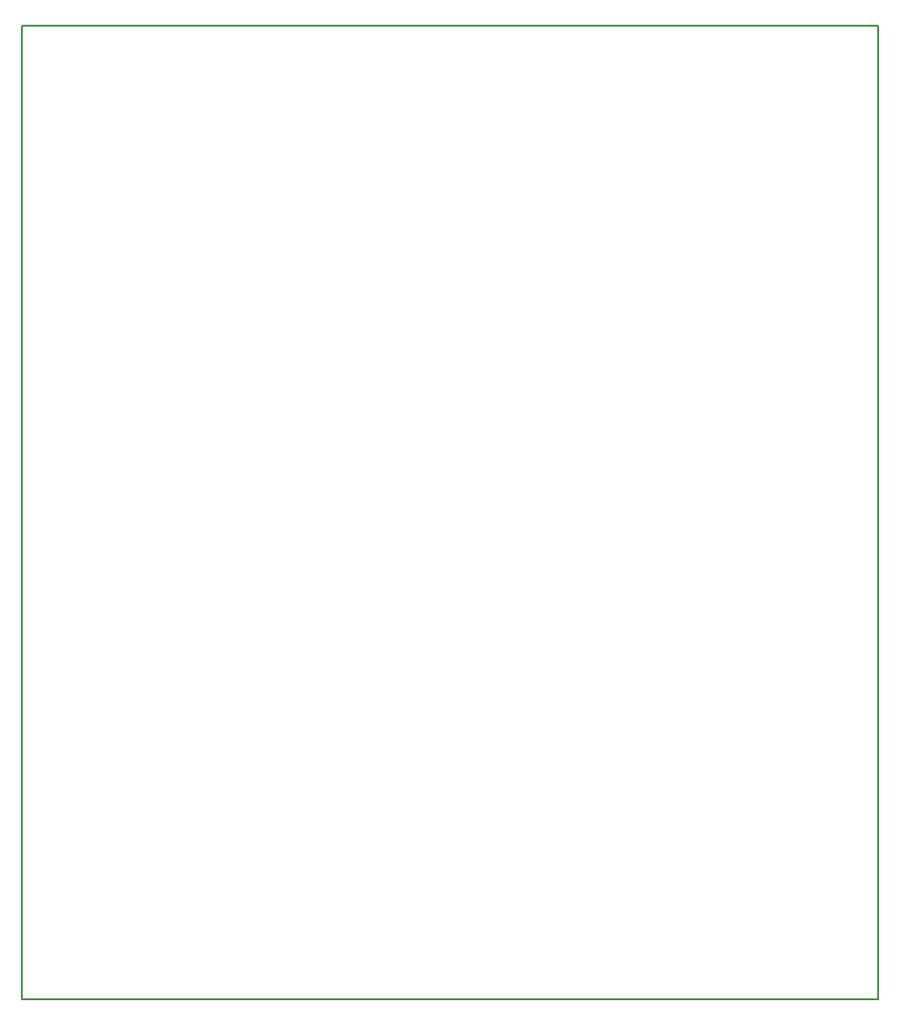
<source format=gko>
%FSLAX25Y25*%
%MOIN*%
G70*
G01*
G75*
G04 Layer_Color=16711935*
%ADD10R,0.04134X0.05118*%
%ADD11R,0.05118X0.04134*%
%ADD12R,0.10000X0.10000*%
%ADD13R,0.09055X0.01969*%
%ADD14R,0.09843X0.07874*%
%ADD15O,0.02362X0.07677*%
%ADD16O,0.07677X0.02362*%
%ADD17R,0.01400X0.06000*%
%ADD18C,0.03937*%
%ADD19C,0.01500*%
%ADD20C,0.03000*%
%ADD21C,0.01000*%
%ADD22R,0.05906X0.05906*%
%ADD23C,0.05906*%
%ADD24R,0.05906X0.05906*%
%ADD25C,0.05906*%
%ADD26C,0.04331*%
%ADD27R,0.05906X0.05906*%
%ADD28C,0.04500*%
%ADD29C,0.15000*%
%ADD30C,0.02400*%
%ADD31C,0.00787*%
%ADD32C,0.02000*%
%ADD33C,0.02362*%
%ADD34C,0.00984*%
%ADD35C,0.00200*%
%ADD36C,0.00800*%
%ADD37C,0.01200*%
%ADD38C,0.00591*%
%ADD39R,0.03607X0.07933*%
%ADD40R,0.04934X0.05918*%
%ADD41R,0.05918X0.04934*%
%ADD42R,0.10800X0.10800*%
%ADD43R,0.09855X0.02769*%
%ADD44R,0.10642X0.08674*%
%ADD45O,0.03162X0.08477*%
%ADD46O,0.08477X0.03162*%
%ADD47R,0.02200X0.06800*%
%ADD48C,0.04737*%
%ADD49R,0.06706X0.06706*%
%ADD50C,0.06706*%
%ADD51R,0.06706X0.06706*%
%ADD52C,0.06706*%
%ADD53C,0.05131*%
%ADD54R,0.06706X0.06706*%
%ADD55C,0.05300*%
%ADD56C,0.15800*%
%ADD57C,0.03200*%
%ADD58C,0.00500*%
D58*
X100000Y100000D02*
X400000D01*
X100000D02*
Y440994D01*
X400000D01*
Y100000D02*
Y440994D01*
M02*

</source>
